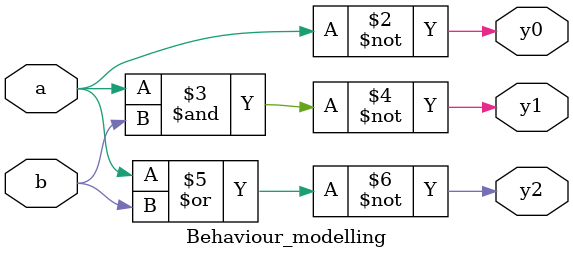
<source format=v>
module Behaviour_modelling(
    input a,b,
    output reg y0,y1,y2
    );
    
    always@(*)
    begin
        y0=~a;
        y1=~(a&b);
        y2=~(a|b);
    end
    
endmodule

</source>
